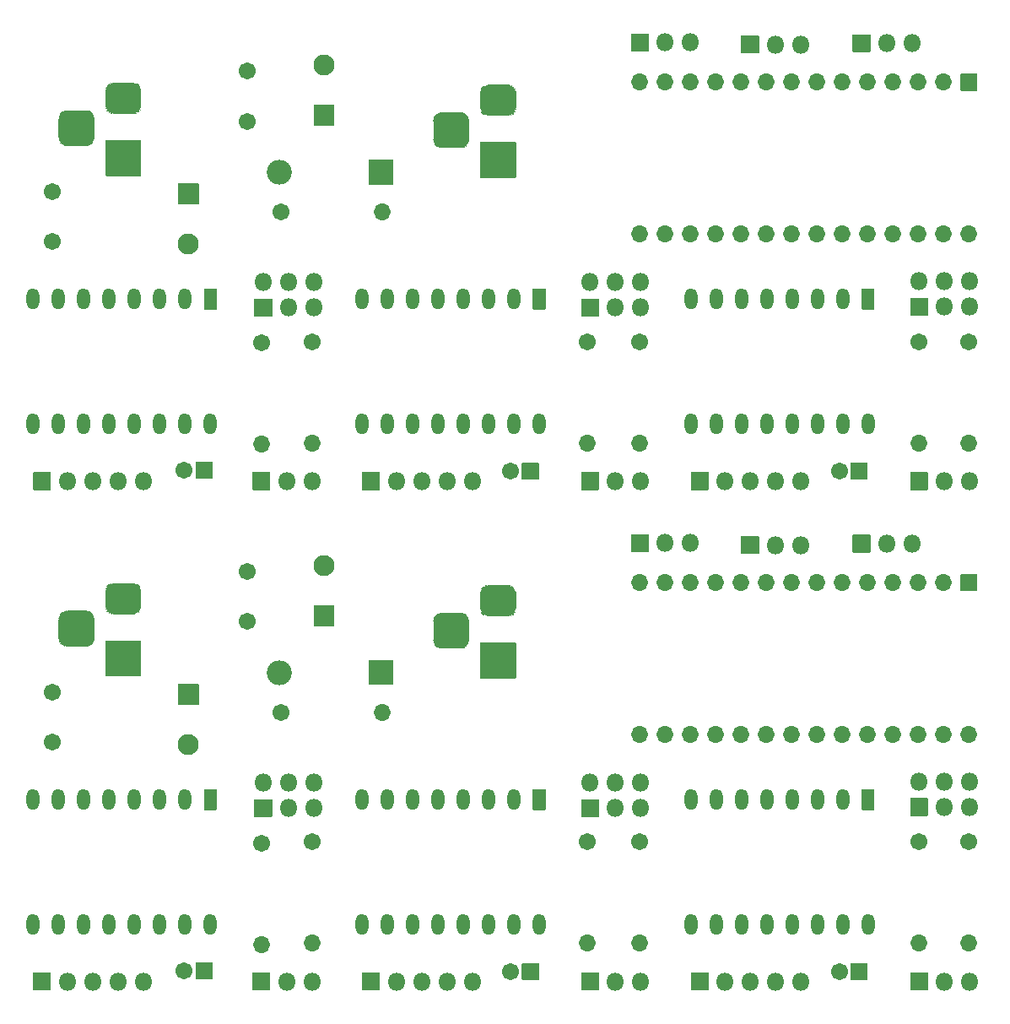
<source format=gts>
G04 #@! TF.GenerationSoftware,KiCad,Pcbnew,(5.1.10)-1*
G04 #@! TF.CreationDate,2021-09-04T14:17:01-07:00*
G04 #@! TF.ProjectId,Motors,4d6f746f-7273-42e6-9b69-6361645f7063,rev?*
G04 #@! TF.SameCoordinates,Original*
G04 #@! TF.FileFunction,Soldermask,Top*
G04 #@! TF.FilePolarity,Negative*
%FSLAX46Y46*%
G04 Gerber Fmt 4.6, Leading zero omitted, Abs format (unit mm)*
G04 Created by KiCad (PCBNEW (5.1.10)-1) date 2021-09-04 14:17:01*
%MOMM*%
%LPD*%
G01*
G04 APERTURE LIST*
%ADD10C,1.702000*%
%ADD11O,1.702000X1.702000*%
%ADD12O,1.302000X2.102000*%
%ADD13O,1.802000X1.802000*%
%ADD14C,2.102000*%
%ADD15O,2.502000X2.502000*%
%ADD16C,0.100000*%
G04 APERTURE END LIST*
D10*
X198237000Y-94800000D03*
D11*
X198237000Y-104960000D03*
D12*
X188127000Y-103060000D03*
G36*
G01*
X188778000Y-89539999D02*
X188778000Y-91540001D01*
G75*
G02*
X188727001Y-91591000I-50999J0D01*
G01*
X187526999Y-91591000D01*
G75*
G02*
X187476000Y-91540001I0J50999D01*
G01*
X187476000Y-89539999D01*
G75*
G02*
X187526999Y-89489000I50999J0D01*
G01*
X188727001Y-89489000D01*
G75*
G02*
X188778000Y-89539999I0J-50999D01*
G01*
G37*
X185587000Y-103060000D03*
X185587000Y-90540000D03*
X183047000Y-103060000D03*
X183047000Y-90540000D03*
X180507000Y-103060000D03*
X180507000Y-90540000D03*
X177967000Y-103060000D03*
X177967000Y-90540000D03*
X175427000Y-103060000D03*
X175427000Y-90540000D03*
X172887000Y-103060000D03*
X172887000Y-90540000D03*
X170347000Y-103060000D03*
X170347000Y-90540000D03*
G36*
G01*
X161287000Y-92301000D02*
X159587000Y-92301000D01*
G75*
G02*
X159536000Y-92250000I0J51000D01*
G01*
X159536000Y-90550000D01*
G75*
G02*
X159587000Y-90499000I51000J0D01*
G01*
X161287000Y-90499000D01*
G75*
G02*
X161338000Y-90550000I0J-51000D01*
G01*
X161338000Y-92250000D01*
G75*
G02*
X161287000Y-92301000I-51000J0D01*
G01*
G37*
D13*
X160437000Y-88860000D03*
X162977000Y-91400000D03*
X162977000Y-88860000D03*
X165517000Y-91400000D03*
X165517000Y-88860000D03*
G36*
G01*
X151937000Y-78949000D02*
X153937000Y-78949000D01*
G75*
G02*
X153988000Y-79000000I0J-51000D01*
G01*
X153988000Y-81000000D01*
G75*
G02*
X153937000Y-81051000I-51000J0D01*
G01*
X151937000Y-81051000D01*
G75*
G02*
X151886000Y-81000000I0J51000D01*
G01*
X151886000Y-79000000D01*
G75*
G02*
X151937000Y-78949000I51000J0D01*
G01*
G37*
D14*
X152937000Y-85000000D03*
D11*
X165337000Y-104960000D03*
D10*
X165337000Y-94800000D03*
D11*
X231237000Y-104960000D03*
D10*
X231237000Y-94800000D03*
G36*
G01*
X182250000Y-74799000D02*
X185750000Y-74799000D01*
G75*
G02*
X185801000Y-74850000I0J-51000D01*
G01*
X185801000Y-78350000D01*
G75*
G02*
X185750000Y-78401000I-51000J0D01*
G01*
X182250000Y-78401000D01*
G75*
G02*
X182199000Y-78350000I0J51000D01*
G01*
X182199000Y-74850000D01*
G75*
G02*
X182250000Y-74799000I51000J0D01*
G01*
G37*
G36*
G01*
X182974500Y-69049000D02*
X185025500Y-69049000D01*
G75*
G02*
X185801000Y-69824500I0J-775500D01*
G01*
X185801000Y-71375500D01*
G75*
G02*
X185025500Y-72151000I-775500J0D01*
G01*
X182974500Y-72151000D01*
G75*
G02*
X182199000Y-71375500I0J775500D01*
G01*
X182199000Y-69824500D01*
G75*
G02*
X182974500Y-69049000I775500J0D01*
G01*
G37*
G36*
G01*
X178399500Y-71799000D02*
X180200500Y-71799000D01*
G75*
G02*
X181101000Y-72699500I0J-900500D01*
G01*
X181101000Y-74500500D01*
G75*
G02*
X180200500Y-75401000I-900500J0D01*
G01*
X178399500Y-75401000D01*
G75*
G02*
X177499000Y-74500500I0J900500D01*
G01*
X177499000Y-72699500D01*
G75*
G02*
X178399500Y-71799000I900500J0D01*
G01*
G37*
G36*
G01*
X140799500Y-71599000D02*
X142600500Y-71599000D01*
G75*
G02*
X143501000Y-72499500I0J-900500D01*
G01*
X143501000Y-74300500D01*
G75*
G02*
X142600500Y-75201000I-900500J0D01*
G01*
X140799500Y-75201000D01*
G75*
G02*
X139899000Y-74300500I0J900500D01*
G01*
X139899000Y-72499500D01*
G75*
G02*
X140799500Y-71599000I900500J0D01*
G01*
G37*
G36*
G01*
X145374500Y-68849000D02*
X147425500Y-68849000D01*
G75*
G02*
X148201000Y-69624500I0J-775500D01*
G01*
X148201000Y-71175500D01*
G75*
G02*
X147425500Y-71951000I-775500J0D01*
G01*
X145374500Y-71951000D01*
G75*
G02*
X144599000Y-71175500I0J775500D01*
G01*
X144599000Y-69624500D01*
G75*
G02*
X145374500Y-68849000I775500J0D01*
G01*
G37*
G36*
G01*
X144650000Y-74599000D02*
X148150000Y-74599000D01*
G75*
G02*
X148201000Y-74650000I0J-51000D01*
G01*
X148201000Y-78150000D01*
G75*
G02*
X148150000Y-78201000I-51000J0D01*
G01*
X144650000Y-78201000D01*
G75*
G02*
X144599000Y-78150000I0J51000D01*
G01*
X144599000Y-74650000D01*
G75*
G02*
X144650000Y-74599000I51000J0D01*
G01*
G37*
D13*
X198317000Y-108800000D03*
X195777000Y-108800000D03*
G36*
G01*
X194087000Y-109701000D02*
X192387000Y-109701000D01*
G75*
G02*
X192336000Y-109650000I0J51000D01*
G01*
X192336000Y-107950000D01*
G75*
G02*
X192387000Y-107899000I51000J0D01*
G01*
X194087000Y-107899000D01*
G75*
G02*
X194138000Y-107950000I0J-51000D01*
G01*
X194138000Y-109650000D01*
G75*
G02*
X194087000Y-109701000I-51000J0D01*
G01*
G37*
G36*
G01*
X205087000Y-109701000D02*
X203387000Y-109701000D01*
G75*
G02*
X203336000Y-109650000I0J51000D01*
G01*
X203336000Y-107950000D01*
G75*
G02*
X203387000Y-107899000I51000J0D01*
G01*
X205087000Y-107899000D01*
G75*
G02*
X205138000Y-107950000I0J-51000D01*
G01*
X205138000Y-109650000D01*
G75*
G02*
X205087000Y-109701000I-51000J0D01*
G01*
G37*
X206777000Y-108800000D03*
X209317000Y-108800000D03*
X211857000Y-108800000D03*
X214397000Y-108800000D03*
X181397000Y-108800000D03*
X178857000Y-108800000D03*
X176317000Y-108800000D03*
X173777000Y-108800000D03*
G36*
G01*
X172087000Y-109701000D02*
X170387000Y-109701000D01*
G75*
G02*
X170336000Y-109650000I0J51000D01*
G01*
X170336000Y-107950000D01*
G75*
G02*
X170387000Y-107899000I51000J0D01*
G01*
X172087000Y-107899000D01*
G75*
G02*
X172138000Y-107950000I0J-51000D01*
G01*
X172138000Y-109650000D01*
G75*
G02*
X172087000Y-109701000I-51000J0D01*
G01*
G37*
X203317000Y-64800000D03*
X200777000Y-64800000D03*
G36*
G01*
X199087000Y-65701000D02*
X197387000Y-65701000D01*
G75*
G02*
X197336000Y-65650000I0J51000D01*
G01*
X197336000Y-63950000D01*
G75*
G02*
X197387000Y-63899000I51000J0D01*
G01*
X199087000Y-63899000D01*
G75*
G02*
X199138000Y-63950000I0J-51000D01*
G01*
X199138000Y-65650000D01*
G75*
G02*
X199087000Y-65701000I-51000J0D01*
G01*
G37*
G36*
G01*
X210129000Y-65906000D02*
X208429000Y-65906000D01*
G75*
G02*
X208378000Y-65855000I0J51000D01*
G01*
X208378000Y-64155000D01*
G75*
G02*
X208429000Y-64104000I51000J0D01*
G01*
X210129000Y-64104000D01*
G75*
G02*
X210180000Y-64155000I0J-51000D01*
G01*
X210180000Y-65855000D01*
G75*
G02*
X210129000Y-65906000I-51000J0D01*
G01*
G37*
X211819000Y-65005000D03*
X214359000Y-65005000D03*
G36*
G01*
X161087000Y-109701000D02*
X159387000Y-109701000D01*
G75*
G02*
X159336000Y-109650000I0J51000D01*
G01*
X159336000Y-107950000D01*
G75*
G02*
X159387000Y-107899000I51000J0D01*
G01*
X161087000Y-107899000D01*
G75*
G02*
X161138000Y-107950000I0J-51000D01*
G01*
X161138000Y-109650000D01*
G75*
G02*
X161087000Y-109701000I-51000J0D01*
G01*
G37*
X162777000Y-108800000D03*
X165317000Y-108800000D03*
G36*
G01*
X167537000Y-73151000D02*
X165537000Y-73151000D01*
G75*
G02*
X165486000Y-73100000I0J51000D01*
G01*
X165486000Y-71100000D01*
G75*
G02*
X165537000Y-71049000I51000J0D01*
G01*
X167537000Y-71049000D01*
G75*
G02*
X167588000Y-71100000I0J-51000D01*
G01*
X167588000Y-73100000D01*
G75*
G02*
X167537000Y-73151000I-51000J0D01*
G01*
G37*
D14*
X166537000Y-67100000D03*
G36*
G01*
X188088000Y-107000000D02*
X188088000Y-108600000D01*
G75*
G02*
X188037000Y-108651000I-51000J0D01*
G01*
X186437000Y-108651000D01*
G75*
G02*
X186386000Y-108600000I0J51000D01*
G01*
X186386000Y-107000000D01*
G75*
G02*
X186437000Y-106949000I51000J0D01*
G01*
X188037000Y-106949000D01*
G75*
G02*
X188088000Y-107000000I0J-51000D01*
G01*
G37*
D10*
X185237000Y-107800000D03*
D12*
X137347000Y-90540000D03*
X137347000Y-103060000D03*
X139887000Y-90540000D03*
X139887000Y-103060000D03*
X142427000Y-90540000D03*
X142427000Y-103060000D03*
X144967000Y-90540000D03*
X144967000Y-103060000D03*
X147507000Y-90540000D03*
X147507000Y-103060000D03*
X150047000Y-90540000D03*
X150047000Y-103060000D03*
X152587000Y-90540000D03*
X152587000Y-103060000D03*
G36*
G01*
X155778000Y-89539999D02*
X155778000Y-91540001D01*
G75*
G02*
X155727001Y-91591000I-50999J0D01*
G01*
X154526999Y-91591000D01*
G75*
G02*
X154476000Y-91540001I0J50999D01*
G01*
X154476000Y-89539999D01*
G75*
G02*
X154526999Y-89489000I50999J0D01*
G01*
X155727001Y-89489000D01*
G75*
G02*
X155778000Y-89539999I0J-50999D01*
G01*
G37*
X155127000Y-103060000D03*
G36*
G01*
X227087000Y-92201000D02*
X225387000Y-92201000D01*
G75*
G02*
X225336000Y-92150000I0J51000D01*
G01*
X225336000Y-90450000D01*
G75*
G02*
X225387000Y-90399000I51000J0D01*
G01*
X227087000Y-90399000D01*
G75*
G02*
X227138000Y-90450000I0J-51000D01*
G01*
X227138000Y-92150000D01*
G75*
G02*
X227087000Y-92201000I-51000J0D01*
G01*
G37*
D13*
X226237000Y-88760000D03*
X228777000Y-91300000D03*
X228777000Y-88760000D03*
X231317000Y-91300000D03*
X231317000Y-88760000D03*
G36*
G01*
X139087000Y-109701000D02*
X137387000Y-109701000D01*
G75*
G02*
X137336000Y-109650000I0J51000D01*
G01*
X137336000Y-107950000D01*
G75*
G02*
X137387000Y-107899000I51000J0D01*
G01*
X139087000Y-107899000D01*
G75*
G02*
X139138000Y-107950000I0J-51000D01*
G01*
X139138000Y-109650000D01*
G75*
G02*
X139087000Y-109701000I-51000J0D01*
G01*
G37*
X140777000Y-108800000D03*
X143317000Y-108800000D03*
X145857000Y-108800000D03*
X148397000Y-108800000D03*
D10*
X226237000Y-94800000D03*
D11*
X226237000Y-104960000D03*
D10*
X160237000Y-94900000D03*
D11*
X160237000Y-105060000D03*
D10*
X158837000Y-72700000D03*
X158837000Y-67700000D03*
G36*
G01*
X227087000Y-109701000D02*
X225387000Y-109701000D01*
G75*
G02*
X225336000Y-109650000I0J51000D01*
G01*
X225336000Y-107950000D01*
G75*
G02*
X225387000Y-107899000I51000J0D01*
G01*
X227087000Y-107899000D01*
G75*
G02*
X227138000Y-107950000I0J-51000D01*
G01*
X227138000Y-109650000D01*
G75*
G02*
X227087000Y-109701000I-51000J0D01*
G01*
G37*
D13*
X228777000Y-108800000D03*
X231317000Y-108800000D03*
D12*
X221127000Y-103060000D03*
G36*
G01*
X221778000Y-89539999D02*
X221778000Y-91540001D01*
G75*
G02*
X221727001Y-91591000I-50999J0D01*
G01*
X220526999Y-91591000D01*
G75*
G02*
X220476000Y-91540001I0J50999D01*
G01*
X220476000Y-89539999D01*
G75*
G02*
X220526999Y-89489000I50999J0D01*
G01*
X221727001Y-89489000D01*
G75*
G02*
X221778000Y-89539999I0J-50999D01*
G01*
G37*
X218587000Y-103060000D03*
X218587000Y-90540000D03*
X216047000Y-103060000D03*
X216047000Y-90540000D03*
X213507000Y-103060000D03*
X213507000Y-90540000D03*
X210967000Y-103060000D03*
X210967000Y-90540000D03*
X208427000Y-103060000D03*
X208427000Y-90540000D03*
X205887000Y-103060000D03*
X205887000Y-90540000D03*
X203347000Y-103060000D03*
X203347000Y-90540000D03*
D13*
X225535000Y-64878000D03*
X222995000Y-64878000D03*
G36*
G01*
X221305000Y-65779000D02*
X219605000Y-65779000D01*
G75*
G02*
X219554000Y-65728000I0J51000D01*
G01*
X219554000Y-64028000D01*
G75*
G02*
X219605000Y-63977000I51000J0D01*
G01*
X221305000Y-63977000D01*
G75*
G02*
X221356000Y-64028000I0J-51000D01*
G01*
X221356000Y-65728000D01*
G75*
G02*
X221305000Y-65779000I-51000J0D01*
G01*
G37*
G36*
G01*
X173488000Y-76600000D02*
X173488000Y-79000000D01*
G75*
G02*
X173437000Y-79051000I-51000J0D01*
G01*
X171037000Y-79051000D01*
G75*
G02*
X170986000Y-79000000I0J51000D01*
G01*
X170986000Y-76600000D01*
G75*
G02*
X171037000Y-76549000I51000J0D01*
G01*
X173437000Y-76549000D01*
G75*
G02*
X173488000Y-76600000I0J-51000D01*
G01*
G37*
D15*
X162077000Y-77800000D03*
G36*
G01*
X155361000Y-106877000D02*
X155361000Y-108477000D01*
G75*
G02*
X155310000Y-108528000I-51000J0D01*
G01*
X153710000Y-108528000D01*
G75*
G02*
X153659000Y-108477000I0J51000D01*
G01*
X153659000Y-106877000D01*
G75*
G02*
X153710000Y-106826000I51000J0D01*
G01*
X155310000Y-106826000D01*
G75*
G02*
X155361000Y-106877000I0J-51000D01*
G01*
G37*
D10*
X152510000Y-107677000D03*
G36*
G01*
X230437000Y-67949000D02*
X232037000Y-67949000D01*
G75*
G02*
X232088000Y-68000000I0J-51000D01*
G01*
X232088000Y-69600000D01*
G75*
G02*
X232037000Y-69651000I-51000J0D01*
G01*
X230437000Y-69651000D01*
G75*
G02*
X230386000Y-69600000I0J51000D01*
G01*
X230386000Y-68000000D01*
G75*
G02*
X230437000Y-67949000I51000J0D01*
G01*
G37*
D11*
X198217000Y-84040000D03*
X228697000Y-68800000D03*
X200757000Y-84040000D03*
X226157000Y-68800000D03*
X203297000Y-84040000D03*
X223617000Y-68800000D03*
X205837000Y-84040000D03*
X221077000Y-68800000D03*
X208377000Y-84040000D03*
X218537000Y-68800000D03*
X210917000Y-84040000D03*
X215997000Y-68800000D03*
X213457000Y-84040000D03*
X213457000Y-68800000D03*
X215997000Y-84040000D03*
X210917000Y-68800000D03*
X218537000Y-84040000D03*
X208377000Y-68800000D03*
X221077000Y-84040000D03*
X205837000Y-68800000D03*
X223617000Y-84040000D03*
X203297000Y-68800000D03*
X226157000Y-84040000D03*
X200757000Y-68800000D03*
X228697000Y-84040000D03*
X198217000Y-68800000D03*
X231237000Y-84040000D03*
D10*
X162237000Y-81800000D03*
D11*
X172397000Y-81800000D03*
D13*
X198317000Y-88860000D03*
X198317000Y-91400000D03*
X195777000Y-88860000D03*
X195777000Y-91400000D03*
X193237000Y-88860000D03*
G36*
G01*
X194087000Y-92301000D02*
X192387000Y-92301000D01*
G75*
G02*
X192336000Y-92250000I0J51000D01*
G01*
X192336000Y-90550000D01*
G75*
G02*
X192387000Y-90499000I51000J0D01*
G01*
X194087000Y-90499000D01*
G75*
G02*
X194138000Y-90550000I0J-51000D01*
G01*
X194138000Y-92250000D01*
G75*
G02*
X194087000Y-92301000I-51000J0D01*
G01*
G37*
D10*
X139237000Y-79800000D03*
X139237000Y-84800000D03*
X218237000Y-107800000D03*
G36*
G01*
X221088000Y-107000000D02*
X221088000Y-108600000D01*
G75*
G02*
X221037000Y-108651000I-51000J0D01*
G01*
X219437000Y-108651000D01*
G75*
G02*
X219386000Y-108600000I0J51000D01*
G01*
X219386000Y-107000000D01*
G75*
G02*
X219437000Y-106949000I51000J0D01*
G01*
X221037000Y-106949000D01*
G75*
G02*
X221088000Y-107000000I0J-51000D01*
G01*
G37*
D11*
X192937000Y-104960000D03*
D10*
X192937000Y-94800000D03*
G36*
G01*
X178399500Y-121999000D02*
X180200500Y-121999000D01*
G75*
G02*
X181101000Y-122899500I0J-900500D01*
G01*
X181101000Y-124700500D01*
G75*
G02*
X180200500Y-125601000I-900500J0D01*
G01*
X178399500Y-125601000D01*
G75*
G02*
X177499000Y-124700500I0J900500D01*
G01*
X177499000Y-122899500D01*
G75*
G02*
X178399500Y-121999000I900500J0D01*
G01*
G37*
G36*
G01*
X182974500Y-119249000D02*
X185025500Y-119249000D01*
G75*
G02*
X185801000Y-120024500I0J-775500D01*
G01*
X185801000Y-121575500D01*
G75*
G02*
X185025500Y-122351000I-775500J0D01*
G01*
X182974500Y-122351000D01*
G75*
G02*
X182199000Y-121575500I0J775500D01*
G01*
X182199000Y-120024500D01*
G75*
G02*
X182974500Y-119249000I775500J0D01*
G01*
G37*
G36*
G01*
X182250000Y-124999000D02*
X185750000Y-124999000D01*
G75*
G02*
X185801000Y-125050000I0J-51000D01*
G01*
X185801000Y-128550000D01*
G75*
G02*
X185750000Y-128601000I-51000J0D01*
G01*
X182250000Y-128601000D01*
G75*
G02*
X182199000Y-128550000I0J51000D01*
G01*
X182199000Y-125050000D01*
G75*
G02*
X182250000Y-124999000I51000J0D01*
G01*
G37*
G36*
G01*
X144650000Y-124799000D02*
X148150000Y-124799000D01*
G75*
G02*
X148201000Y-124850000I0J-51000D01*
G01*
X148201000Y-128350000D01*
G75*
G02*
X148150000Y-128401000I-51000J0D01*
G01*
X144650000Y-128401000D01*
G75*
G02*
X144599000Y-128350000I0J51000D01*
G01*
X144599000Y-124850000D01*
G75*
G02*
X144650000Y-124799000I51000J0D01*
G01*
G37*
G36*
G01*
X145374500Y-119049000D02*
X147425500Y-119049000D01*
G75*
G02*
X148201000Y-119824500I0J-775500D01*
G01*
X148201000Y-121375500D01*
G75*
G02*
X147425500Y-122151000I-775500J0D01*
G01*
X145374500Y-122151000D01*
G75*
G02*
X144599000Y-121375500I0J775500D01*
G01*
X144599000Y-119824500D01*
G75*
G02*
X145374500Y-119049000I775500J0D01*
G01*
G37*
G36*
G01*
X140799500Y-121799000D02*
X142600500Y-121799000D01*
G75*
G02*
X143501000Y-122699500I0J-900500D01*
G01*
X143501000Y-124500500D01*
G75*
G02*
X142600500Y-125401000I-900500J0D01*
G01*
X140799500Y-125401000D01*
G75*
G02*
X139899000Y-124500500I0J900500D01*
G01*
X139899000Y-122699500D01*
G75*
G02*
X140799500Y-121799000I900500J0D01*
G01*
G37*
X231237000Y-145000000D03*
D11*
X231237000Y-155160000D03*
D10*
X165337000Y-145000000D03*
D11*
X165337000Y-155160000D03*
D14*
X152937000Y-135200000D03*
G36*
G01*
X151937000Y-129149000D02*
X153937000Y-129149000D01*
G75*
G02*
X153988000Y-129200000I0J-51000D01*
G01*
X153988000Y-131200000D01*
G75*
G02*
X153937000Y-131251000I-51000J0D01*
G01*
X151937000Y-131251000D01*
G75*
G02*
X151886000Y-131200000I0J51000D01*
G01*
X151886000Y-129200000D01*
G75*
G02*
X151937000Y-129149000I51000J0D01*
G01*
G37*
D13*
X165517000Y-139060000D03*
X165517000Y-141600000D03*
X162977000Y-139060000D03*
X162977000Y-141600000D03*
X160437000Y-139060000D03*
G36*
G01*
X161287000Y-142501000D02*
X159587000Y-142501000D01*
G75*
G02*
X159536000Y-142450000I0J51000D01*
G01*
X159536000Y-140750000D01*
G75*
G02*
X159587000Y-140699000I51000J0D01*
G01*
X161287000Y-140699000D01*
G75*
G02*
X161338000Y-140750000I0J-51000D01*
G01*
X161338000Y-142450000D01*
G75*
G02*
X161287000Y-142501000I-51000J0D01*
G01*
G37*
D12*
X170347000Y-140740000D03*
X170347000Y-153260000D03*
X172887000Y-140740000D03*
X172887000Y-153260000D03*
X175427000Y-140740000D03*
X175427000Y-153260000D03*
X177967000Y-140740000D03*
X177967000Y-153260000D03*
X180507000Y-140740000D03*
X180507000Y-153260000D03*
X183047000Y-140740000D03*
X183047000Y-153260000D03*
X185587000Y-140740000D03*
X185587000Y-153260000D03*
G36*
G01*
X188778000Y-139739999D02*
X188778000Y-141740001D01*
G75*
G02*
X188727001Y-141791000I-50999J0D01*
G01*
X187526999Y-141791000D01*
G75*
G02*
X187476000Y-141740001I0J50999D01*
G01*
X187476000Y-139739999D01*
G75*
G02*
X187526999Y-139689000I50999J0D01*
G01*
X188727001Y-139689000D01*
G75*
G02*
X188778000Y-139739999I0J-50999D01*
G01*
G37*
X188127000Y-153260000D03*
D11*
X198237000Y-155160000D03*
D10*
X198237000Y-145000000D03*
D11*
X160237000Y-155260000D03*
D10*
X160237000Y-145100000D03*
D12*
X155127000Y-153260000D03*
G36*
G01*
X155778000Y-139739999D02*
X155778000Y-141740001D01*
G75*
G02*
X155727001Y-141791000I-50999J0D01*
G01*
X154526999Y-141791000D01*
G75*
G02*
X154476000Y-141740001I0J50999D01*
G01*
X154476000Y-139739999D01*
G75*
G02*
X154526999Y-139689000I50999J0D01*
G01*
X155727001Y-139689000D01*
G75*
G02*
X155778000Y-139739999I0J-50999D01*
G01*
G37*
X152587000Y-153260000D03*
X152587000Y-140740000D03*
X150047000Y-153260000D03*
X150047000Y-140740000D03*
X147507000Y-153260000D03*
X147507000Y-140740000D03*
X144967000Y-153260000D03*
X144967000Y-140740000D03*
X142427000Y-153260000D03*
X142427000Y-140740000D03*
X139887000Y-153260000D03*
X139887000Y-140740000D03*
X137347000Y-153260000D03*
X137347000Y-140740000D03*
D10*
X192937000Y-145000000D03*
D11*
X192937000Y-155160000D03*
D10*
X139237000Y-135000000D03*
X139237000Y-130000000D03*
G36*
G01*
X194087000Y-142501000D02*
X192387000Y-142501000D01*
G75*
G02*
X192336000Y-142450000I0J51000D01*
G01*
X192336000Y-140750000D01*
G75*
G02*
X192387000Y-140699000I51000J0D01*
G01*
X194087000Y-140699000D01*
G75*
G02*
X194138000Y-140750000I0J-51000D01*
G01*
X194138000Y-142450000D01*
G75*
G02*
X194087000Y-142501000I-51000J0D01*
G01*
G37*
D13*
X193237000Y-139060000D03*
X195777000Y-141600000D03*
X195777000Y-139060000D03*
X198317000Y-141600000D03*
X198317000Y-139060000D03*
X231317000Y-138960000D03*
X231317000Y-141500000D03*
X228777000Y-138960000D03*
X228777000Y-141500000D03*
X226237000Y-138960000D03*
G36*
G01*
X227087000Y-142401000D02*
X225387000Y-142401000D01*
G75*
G02*
X225336000Y-142350000I0J51000D01*
G01*
X225336000Y-140650000D01*
G75*
G02*
X225387000Y-140599000I51000J0D01*
G01*
X227087000Y-140599000D01*
G75*
G02*
X227138000Y-140650000I0J-51000D01*
G01*
X227138000Y-142350000D01*
G75*
G02*
X227087000Y-142401000I-51000J0D01*
G01*
G37*
D10*
X152510000Y-157877000D03*
G36*
G01*
X155361000Y-157077000D02*
X155361000Y-158677000D01*
G75*
G02*
X155310000Y-158728000I-51000J0D01*
G01*
X153710000Y-158728000D01*
G75*
G02*
X153659000Y-158677000I0J51000D01*
G01*
X153659000Y-157077000D01*
G75*
G02*
X153710000Y-157026000I51000J0D01*
G01*
X155310000Y-157026000D01*
G75*
G02*
X155361000Y-157077000I0J-51000D01*
G01*
G37*
X185237000Y-158000000D03*
G36*
G01*
X188088000Y-157200000D02*
X188088000Y-158800000D01*
G75*
G02*
X188037000Y-158851000I-51000J0D01*
G01*
X186437000Y-158851000D01*
G75*
G02*
X186386000Y-158800000I0J51000D01*
G01*
X186386000Y-157200000D01*
G75*
G02*
X186437000Y-157149000I51000J0D01*
G01*
X188037000Y-157149000D01*
G75*
G02*
X188088000Y-157200000I0J-51000D01*
G01*
G37*
G36*
G01*
X221088000Y-157200000D02*
X221088000Y-158800000D01*
G75*
G02*
X221037000Y-158851000I-51000J0D01*
G01*
X219437000Y-158851000D01*
G75*
G02*
X219386000Y-158800000I0J51000D01*
G01*
X219386000Y-157200000D01*
G75*
G02*
X219437000Y-157149000I51000J0D01*
G01*
X221037000Y-157149000D01*
G75*
G02*
X221088000Y-157200000I0J-51000D01*
G01*
G37*
X218237000Y-158000000D03*
D12*
X203347000Y-140740000D03*
X203347000Y-153260000D03*
X205887000Y-140740000D03*
X205887000Y-153260000D03*
X208427000Y-140740000D03*
X208427000Y-153260000D03*
X210967000Y-140740000D03*
X210967000Y-153260000D03*
X213507000Y-140740000D03*
X213507000Y-153260000D03*
X216047000Y-140740000D03*
X216047000Y-153260000D03*
X218587000Y-140740000D03*
X218587000Y-153260000D03*
G36*
G01*
X221778000Y-139739999D02*
X221778000Y-141740001D01*
G75*
G02*
X221727001Y-141791000I-50999J0D01*
G01*
X220526999Y-141791000D01*
G75*
G02*
X220476000Y-141740001I0J50999D01*
G01*
X220476000Y-139739999D01*
G75*
G02*
X220526999Y-139689000I50999J0D01*
G01*
X221727001Y-139689000D01*
G75*
G02*
X221778000Y-139739999I0J-50999D01*
G01*
G37*
X221127000Y-153260000D03*
D11*
X172397000Y-132000000D03*
D10*
X162237000Y-132000000D03*
D11*
X231237000Y-134240000D03*
X198217000Y-119000000D03*
X228697000Y-134240000D03*
X200757000Y-119000000D03*
X226157000Y-134240000D03*
X203297000Y-119000000D03*
X223617000Y-134240000D03*
X205837000Y-119000000D03*
X221077000Y-134240000D03*
X208377000Y-119000000D03*
X218537000Y-134240000D03*
X210917000Y-119000000D03*
X215997000Y-134240000D03*
X213457000Y-119000000D03*
X213457000Y-134240000D03*
X215997000Y-119000000D03*
X210917000Y-134240000D03*
X218537000Y-119000000D03*
X208377000Y-134240000D03*
X221077000Y-119000000D03*
X205837000Y-134240000D03*
X223617000Y-119000000D03*
X203297000Y-134240000D03*
X226157000Y-119000000D03*
X200757000Y-134240000D03*
X228697000Y-119000000D03*
X198217000Y-134240000D03*
G36*
G01*
X230437000Y-118149000D02*
X232037000Y-118149000D01*
G75*
G02*
X232088000Y-118200000I0J-51000D01*
G01*
X232088000Y-119800000D01*
G75*
G02*
X232037000Y-119851000I-51000J0D01*
G01*
X230437000Y-119851000D01*
G75*
G02*
X230386000Y-119800000I0J51000D01*
G01*
X230386000Y-118200000D01*
G75*
G02*
X230437000Y-118149000I51000J0D01*
G01*
G37*
D13*
X231317000Y-159000000D03*
X228777000Y-159000000D03*
G36*
G01*
X227087000Y-159901000D02*
X225387000Y-159901000D01*
G75*
G02*
X225336000Y-159850000I0J51000D01*
G01*
X225336000Y-158150000D01*
G75*
G02*
X225387000Y-158099000I51000J0D01*
G01*
X227087000Y-158099000D01*
G75*
G02*
X227138000Y-158150000I0J-51000D01*
G01*
X227138000Y-159850000D01*
G75*
G02*
X227087000Y-159901000I-51000J0D01*
G01*
G37*
D15*
X162077000Y-128000000D03*
G36*
G01*
X173488000Y-126800000D02*
X173488000Y-129200000D01*
G75*
G02*
X173437000Y-129251000I-51000J0D01*
G01*
X171037000Y-129251000D01*
G75*
G02*
X170986000Y-129200000I0J51000D01*
G01*
X170986000Y-126800000D01*
G75*
G02*
X171037000Y-126749000I51000J0D01*
G01*
X173437000Y-126749000D01*
G75*
G02*
X173488000Y-126800000I0J-51000D01*
G01*
G37*
G36*
G01*
X221305000Y-115979000D02*
X219605000Y-115979000D01*
G75*
G02*
X219554000Y-115928000I0J51000D01*
G01*
X219554000Y-114228000D01*
G75*
G02*
X219605000Y-114177000I51000J0D01*
G01*
X221305000Y-114177000D01*
G75*
G02*
X221356000Y-114228000I0J-51000D01*
G01*
X221356000Y-115928000D01*
G75*
G02*
X221305000Y-115979000I-51000J0D01*
G01*
G37*
D13*
X222995000Y-115078000D03*
X225535000Y-115078000D03*
D10*
X158837000Y-117900000D03*
X158837000Y-122900000D03*
D11*
X226237000Y-155160000D03*
D10*
X226237000Y-145000000D03*
D13*
X148397000Y-159000000D03*
X145857000Y-159000000D03*
X143317000Y-159000000D03*
X140777000Y-159000000D03*
G36*
G01*
X139087000Y-159901000D02*
X137387000Y-159901000D01*
G75*
G02*
X137336000Y-159850000I0J51000D01*
G01*
X137336000Y-158150000D01*
G75*
G02*
X137387000Y-158099000I51000J0D01*
G01*
X139087000Y-158099000D01*
G75*
G02*
X139138000Y-158150000I0J-51000D01*
G01*
X139138000Y-159850000D01*
G75*
G02*
X139087000Y-159901000I-51000J0D01*
G01*
G37*
G36*
G01*
X172087000Y-159901000D02*
X170387000Y-159901000D01*
G75*
G02*
X170336000Y-159850000I0J51000D01*
G01*
X170336000Y-158150000D01*
G75*
G02*
X170387000Y-158099000I51000J0D01*
G01*
X172087000Y-158099000D01*
G75*
G02*
X172138000Y-158150000I0J-51000D01*
G01*
X172138000Y-159850000D01*
G75*
G02*
X172087000Y-159901000I-51000J0D01*
G01*
G37*
X173777000Y-159000000D03*
X176317000Y-159000000D03*
X178857000Y-159000000D03*
X181397000Y-159000000D03*
G36*
G01*
X194087000Y-159901000D02*
X192387000Y-159901000D01*
G75*
G02*
X192336000Y-159850000I0J51000D01*
G01*
X192336000Y-158150000D01*
G75*
G02*
X192387000Y-158099000I51000J0D01*
G01*
X194087000Y-158099000D01*
G75*
G02*
X194138000Y-158150000I0J-51000D01*
G01*
X194138000Y-159850000D01*
G75*
G02*
X194087000Y-159901000I-51000J0D01*
G01*
G37*
X195777000Y-159000000D03*
X198317000Y-159000000D03*
X214359000Y-115205000D03*
X211819000Y-115205000D03*
G36*
G01*
X210129000Y-116106000D02*
X208429000Y-116106000D01*
G75*
G02*
X208378000Y-116055000I0J51000D01*
G01*
X208378000Y-114355000D01*
G75*
G02*
X208429000Y-114304000I51000J0D01*
G01*
X210129000Y-114304000D01*
G75*
G02*
X210180000Y-114355000I0J-51000D01*
G01*
X210180000Y-116055000D01*
G75*
G02*
X210129000Y-116106000I-51000J0D01*
G01*
G37*
X214397000Y-159000000D03*
X211857000Y-159000000D03*
X209317000Y-159000000D03*
X206777000Y-159000000D03*
G36*
G01*
X205087000Y-159901000D02*
X203387000Y-159901000D01*
G75*
G02*
X203336000Y-159850000I0J51000D01*
G01*
X203336000Y-158150000D01*
G75*
G02*
X203387000Y-158099000I51000J0D01*
G01*
X205087000Y-158099000D01*
G75*
G02*
X205138000Y-158150000I0J-51000D01*
G01*
X205138000Y-159850000D01*
G75*
G02*
X205087000Y-159901000I-51000J0D01*
G01*
G37*
G36*
G01*
X199087000Y-115901000D02*
X197387000Y-115901000D01*
G75*
G02*
X197336000Y-115850000I0J51000D01*
G01*
X197336000Y-114150000D01*
G75*
G02*
X197387000Y-114099000I51000J0D01*
G01*
X199087000Y-114099000D01*
G75*
G02*
X199138000Y-114150000I0J-51000D01*
G01*
X199138000Y-115850000D01*
G75*
G02*
X199087000Y-115901000I-51000J0D01*
G01*
G37*
X200777000Y-115000000D03*
X203317000Y-115000000D03*
X165317000Y-159000000D03*
X162777000Y-159000000D03*
G36*
G01*
X161087000Y-159901000D02*
X159387000Y-159901000D01*
G75*
G02*
X159336000Y-159850000I0J51000D01*
G01*
X159336000Y-158150000D01*
G75*
G02*
X159387000Y-158099000I51000J0D01*
G01*
X161087000Y-158099000D01*
G75*
G02*
X161138000Y-158150000I0J-51000D01*
G01*
X161138000Y-159850000D01*
G75*
G02*
X161087000Y-159901000I-51000J0D01*
G01*
G37*
D14*
X166537000Y-117300000D03*
G36*
G01*
X167537000Y-123351000D02*
X165537000Y-123351000D01*
G75*
G02*
X165486000Y-123300000I0J51000D01*
G01*
X165486000Y-121300000D01*
G75*
G02*
X165537000Y-121249000I51000J0D01*
G01*
X167537000Y-121249000D01*
G75*
G02*
X167588000Y-121300000I0J-51000D01*
G01*
X167588000Y-123300000D01*
G75*
G02*
X167537000Y-123351000I-51000J0D01*
G01*
G37*
D16*
G36*
X181102165Y-124698874D02*
G01*
X181103000Y-124700500D01*
X181103000Y-124756860D01*
X181102990Y-124757056D01*
X181086295Y-124926562D01*
X181086219Y-124926947D01*
X181038565Y-125084041D01*
X181038415Y-125084403D01*
X180961033Y-125229174D01*
X180960815Y-125229500D01*
X180856674Y-125356397D01*
X180856397Y-125356674D01*
X180729500Y-125460815D01*
X180729174Y-125461033D01*
X180584403Y-125538415D01*
X180584041Y-125538565D01*
X180426947Y-125586219D01*
X180426562Y-125586295D01*
X180257056Y-125602990D01*
X180256860Y-125603000D01*
X180200500Y-125603000D01*
X180198768Y-125602000D01*
X180198768Y-125600000D01*
X180200304Y-125599010D01*
X180375784Y-125581727D01*
X180544337Y-125530597D01*
X180699675Y-125447567D01*
X180835829Y-125335829D01*
X180947567Y-125199675D01*
X181030597Y-125044337D01*
X181081727Y-124875784D01*
X181099010Y-124700304D01*
X181100175Y-124698678D01*
X181102165Y-124698874D01*
G37*
G36*
X177500990Y-124700304D02*
G01*
X177518273Y-124875784D01*
X177569403Y-125044337D01*
X177652433Y-125199675D01*
X177764171Y-125335829D01*
X177900325Y-125447567D01*
X178055663Y-125530597D01*
X178224216Y-125581727D01*
X178399696Y-125599010D01*
X178401322Y-125600175D01*
X178401126Y-125602165D01*
X178399500Y-125603000D01*
X178343140Y-125603000D01*
X178342944Y-125602990D01*
X178173438Y-125586295D01*
X178173053Y-125586219D01*
X178015959Y-125538565D01*
X178015597Y-125538415D01*
X177870826Y-125461033D01*
X177870500Y-125460815D01*
X177743603Y-125356674D01*
X177743326Y-125356397D01*
X177639185Y-125229500D01*
X177638967Y-125229174D01*
X177561585Y-125084403D01*
X177561435Y-125084041D01*
X177513781Y-124926947D01*
X177513705Y-124926562D01*
X177497010Y-124757056D01*
X177497000Y-124756860D01*
X177497000Y-124700500D01*
X177498000Y-124698768D01*
X177500000Y-124698768D01*
X177500990Y-124700304D01*
G37*
G36*
X143502165Y-124498874D02*
G01*
X143503000Y-124500500D01*
X143503000Y-124556860D01*
X143502990Y-124557056D01*
X143486295Y-124726562D01*
X143486219Y-124726947D01*
X143438565Y-124884041D01*
X143438415Y-124884403D01*
X143361033Y-125029174D01*
X143360815Y-125029500D01*
X143256674Y-125156397D01*
X143256397Y-125156674D01*
X143129500Y-125260815D01*
X143129174Y-125261033D01*
X142984403Y-125338415D01*
X142984041Y-125338565D01*
X142826947Y-125386219D01*
X142826562Y-125386295D01*
X142657056Y-125402990D01*
X142656860Y-125403000D01*
X142600500Y-125403000D01*
X142598768Y-125402000D01*
X142598768Y-125400000D01*
X142600304Y-125399010D01*
X142775784Y-125381727D01*
X142944337Y-125330597D01*
X143099675Y-125247567D01*
X143235829Y-125135829D01*
X143347567Y-124999675D01*
X143430597Y-124844337D01*
X143481727Y-124675784D01*
X143499010Y-124500304D01*
X143500175Y-124498678D01*
X143502165Y-124498874D01*
G37*
G36*
X139900990Y-124500304D02*
G01*
X139918273Y-124675784D01*
X139969403Y-124844337D01*
X140052433Y-124999675D01*
X140164171Y-125135829D01*
X140300325Y-125247567D01*
X140455663Y-125330597D01*
X140624216Y-125381727D01*
X140799696Y-125399010D01*
X140801322Y-125400175D01*
X140801126Y-125402165D01*
X140799500Y-125403000D01*
X140743140Y-125403000D01*
X140742944Y-125402990D01*
X140573438Y-125386295D01*
X140573053Y-125386219D01*
X140415959Y-125338565D01*
X140415597Y-125338415D01*
X140270826Y-125261033D01*
X140270500Y-125260815D01*
X140143603Y-125156674D01*
X140143326Y-125156397D01*
X140039185Y-125029500D01*
X140038967Y-125029174D01*
X139961585Y-124884403D01*
X139961435Y-124884041D01*
X139913781Y-124726947D01*
X139913705Y-124726562D01*
X139897010Y-124557056D01*
X139897000Y-124556860D01*
X139897000Y-124500500D01*
X139898000Y-124498768D01*
X139900000Y-124498768D01*
X139900990Y-124500304D01*
G37*
G36*
X178401232Y-121998000D02*
G01*
X178401232Y-122000000D01*
X178399696Y-122000990D01*
X178224216Y-122018273D01*
X178055663Y-122069403D01*
X177900325Y-122152433D01*
X177764171Y-122264171D01*
X177652433Y-122400325D01*
X177569403Y-122555663D01*
X177518273Y-122724216D01*
X177500990Y-122899696D01*
X177499825Y-122901322D01*
X177497835Y-122901126D01*
X177497000Y-122899500D01*
X177497000Y-122843140D01*
X177497010Y-122842944D01*
X177513705Y-122673438D01*
X177513781Y-122673053D01*
X177561435Y-122515959D01*
X177561585Y-122515597D01*
X177638967Y-122370826D01*
X177639185Y-122370500D01*
X177743326Y-122243603D01*
X177743603Y-122243326D01*
X177870500Y-122139185D01*
X177870826Y-122138967D01*
X178015597Y-122061585D01*
X178015959Y-122061435D01*
X178173053Y-122013781D01*
X178173438Y-122013705D01*
X178342944Y-121997010D01*
X178343140Y-121997000D01*
X178399500Y-121997000D01*
X178401232Y-121998000D01*
G37*
G36*
X180257056Y-121997010D02*
G01*
X180426562Y-122013705D01*
X180426947Y-122013781D01*
X180584041Y-122061435D01*
X180584403Y-122061585D01*
X180729174Y-122138967D01*
X180729500Y-122139185D01*
X180856397Y-122243326D01*
X180856674Y-122243603D01*
X180960815Y-122370500D01*
X180961033Y-122370826D01*
X181038415Y-122515597D01*
X181038565Y-122515959D01*
X181086219Y-122673053D01*
X181086295Y-122673438D01*
X181102990Y-122842944D01*
X181103000Y-122843140D01*
X181103000Y-122899500D01*
X181102000Y-122901232D01*
X181100000Y-122901232D01*
X181099010Y-122899696D01*
X181081727Y-122724216D01*
X181030597Y-122555663D01*
X180947567Y-122400325D01*
X180835829Y-122264171D01*
X180699675Y-122152433D01*
X180544337Y-122069403D01*
X180375784Y-122018273D01*
X180200304Y-122000990D01*
X180198678Y-121999825D01*
X180198874Y-121997835D01*
X180200500Y-121997000D01*
X180256860Y-121997000D01*
X180257056Y-121997010D01*
G37*
G36*
X140801232Y-121798000D02*
G01*
X140801232Y-121800000D01*
X140799696Y-121800990D01*
X140624216Y-121818273D01*
X140455663Y-121869403D01*
X140300325Y-121952433D01*
X140164171Y-122064171D01*
X140052433Y-122200325D01*
X139969403Y-122355663D01*
X139918273Y-122524216D01*
X139900990Y-122699696D01*
X139899825Y-122701322D01*
X139897835Y-122701126D01*
X139897000Y-122699500D01*
X139897000Y-122643140D01*
X139897010Y-122642944D01*
X139913705Y-122473438D01*
X139913781Y-122473053D01*
X139961435Y-122315959D01*
X139961585Y-122315597D01*
X140038967Y-122170826D01*
X140039185Y-122170500D01*
X140143326Y-122043603D01*
X140143603Y-122043326D01*
X140270500Y-121939185D01*
X140270826Y-121938967D01*
X140415597Y-121861585D01*
X140415959Y-121861435D01*
X140573053Y-121813781D01*
X140573438Y-121813705D01*
X140742944Y-121797010D01*
X140743140Y-121797000D01*
X140799500Y-121797000D01*
X140801232Y-121798000D01*
G37*
G36*
X142657056Y-121797010D02*
G01*
X142826562Y-121813705D01*
X142826947Y-121813781D01*
X142984041Y-121861435D01*
X142984403Y-121861585D01*
X143129174Y-121938967D01*
X143129500Y-121939185D01*
X143256397Y-122043326D01*
X143256674Y-122043603D01*
X143360815Y-122170500D01*
X143361033Y-122170826D01*
X143438415Y-122315597D01*
X143438565Y-122315959D01*
X143486219Y-122473053D01*
X143486295Y-122473438D01*
X143502990Y-122642944D01*
X143503000Y-122643140D01*
X143503000Y-122699500D01*
X143502000Y-122701232D01*
X143500000Y-122701232D01*
X143499010Y-122699696D01*
X143481727Y-122524216D01*
X143430597Y-122355663D01*
X143347567Y-122200325D01*
X143235829Y-122064171D01*
X143099675Y-121952433D01*
X142944337Y-121869403D01*
X142775784Y-121818273D01*
X142600304Y-121800990D01*
X142598678Y-121799825D01*
X142598874Y-121797835D01*
X142600500Y-121797000D01*
X142656860Y-121797000D01*
X142657056Y-121797010D01*
G37*
G36*
X182200990Y-121575304D02*
G01*
X182215871Y-121726398D01*
X182259888Y-121871502D01*
X182331366Y-122005229D01*
X182427560Y-122122440D01*
X182544771Y-122218634D01*
X182678498Y-122290112D01*
X182823602Y-122334129D01*
X182974696Y-122349010D01*
X182976322Y-122350175D01*
X182976126Y-122352165D01*
X182974500Y-122353000D01*
X182918140Y-122353000D01*
X182917944Y-122352990D01*
X182772825Y-122338697D01*
X182772440Y-122338621D01*
X182638794Y-122298080D01*
X182638432Y-122297930D01*
X182515273Y-122232100D01*
X182514947Y-122231882D01*
X182406991Y-122143286D01*
X182406714Y-122143009D01*
X182318118Y-122035053D01*
X182317900Y-122034727D01*
X182252070Y-121911568D01*
X182251920Y-121911206D01*
X182211379Y-121777560D01*
X182211303Y-121777175D01*
X182197010Y-121632056D01*
X182197000Y-121631860D01*
X182197000Y-121575500D01*
X182198000Y-121573768D01*
X182200000Y-121573768D01*
X182200990Y-121575304D01*
G37*
G36*
X185802165Y-121573874D02*
G01*
X185803000Y-121575500D01*
X185803000Y-121631860D01*
X185802990Y-121632056D01*
X185788697Y-121777175D01*
X185788621Y-121777560D01*
X185748080Y-121911206D01*
X185747930Y-121911568D01*
X185682100Y-122034727D01*
X185681882Y-122035053D01*
X185593286Y-122143009D01*
X185593009Y-122143286D01*
X185485053Y-122231882D01*
X185484727Y-122232100D01*
X185361568Y-122297930D01*
X185361206Y-122298080D01*
X185227560Y-122338621D01*
X185227175Y-122338697D01*
X185082056Y-122352990D01*
X185081860Y-122353000D01*
X185025500Y-122353000D01*
X185023768Y-122352000D01*
X185023768Y-122350000D01*
X185025304Y-122349010D01*
X185176398Y-122334129D01*
X185321502Y-122290112D01*
X185455229Y-122218634D01*
X185572440Y-122122440D01*
X185668634Y-122005229D01*
X185740112Y-121871502D01*
X185784129Y-121726398D01*
X185799010Y-121575304D01*
X185800175Y-121573678D01*
X185802165Y-121573874D01*
G37*
G36*
X144600990Y-121375304D02*
G01*
X144615871Y-121526398D01*
X144659888Y-121671502D01*
X144731366Y-121805229D01*
X144827560Y-121922440D01*
X144944771Y-122018634D01*
X145078498Y-122090112D01*
X145223602Y-122134129D01*
X145374696Y-122149010D01*
X145376322Y-122150175D01*
X145376126Y-122152165D01*
X145374500Y-122153000D01*
X145318140Y-122153000D01*
X145317944Y-122152990D01*
X145172825Y-122138697D01*
X145172440Y-122138621D01*
X145038794Y-122098080D01*
X145038432Y-122097930D01*
X144915273Y-122032100D01*
X144914947Y-122031882D01*
X144806991Y-121943286D01*
X144806714Y-121943009D01*
X144718118Y-121835053D01*
X144717900Y-121834727D01*
X144652070Y-121711568D01*
X144651920Y-121711206D01*
X144611379Y-121577560D01*
X144611303Y-121577175D01*
X144597010Y-121432056D01*
X144597000Y-121431860D01*
X144597000Y-121375500D01*
X144598000Y-121373768D01*
X144600000Y-121373768D01*
X144600990Y-121375304D01*
G37*
G36*
X148202165Y-121373874D02*
G01*
X148203000Y-121375500D01*
X148203000Y-121431860D01*
X148202990Y-121432056D01*
X148188697Y-121577175D01*
X148188621Y-121577560D01*
X148148080Y-121711206D01*
X148147930Y-121711568D01*
X148082100Y-121834727D01*
X148081882Y-121835053D01*
X147993286Y-121943009D01*
X147993009Y-121943286D01*
X147885053Y-122031882D01*
X147884727Y-122032100D01*
X147761568Y-122097930D01*
X147761206Y-122098080D01*
X147627560Y-122138621D01*
X147627175Y-122138697D01*
X147482056Y-122152990D01*
X147481860Y-122153000D01*
X147425500Y-122153000D01*
X147423768Y-122152000D01*
X147423768Y-122150000D01*
X147425304Y-122149010D01*
X147576398Y-122134129D01*
X147721502Y-122090112D01*
X147855229Y-122018634D01*
X147972440Y-121922440D01*
X148068634Y-121805229D01*
X148140112Y-121671502D01*
X148184129Y-121526398D01*
X148199010Y-121375304D01*
X148200175Y-121373678D01*
X148202165Y-121373874D01*
G37*
G36*
X182976232Y-119248000D02*
G01*
X182976232Y-119250000D01*
X182974696Y-119250990D01*
X182823602Y-119265871D01*
X182678498Y-119309888D01*
X182544771Y-119381366D01*
X182427560Y-119477560D01*
X182331366Y-119594771D01*
X182259888Y-119728498D01*
X182215871Y-119873602D01*
X182200990Y-120024696D01*
X182199825Y-120026322D01*
X182197835Y-120026126D01*
X182197000Y-120024500D01*
X182197000Y-119968140D01*
X182197010Y-119967944D01*
X182211303Y-119822825D01*
X182211379Y-119822440D01*
X182251920Y-119688794D01*
X182252070Y-119688432D01*
X182317900Y-119565273D01*
X182318118Y-119564947D01*
X182406714Y-119456991D01*
X182406991Y-119456714D01*
X182514947Y-119368118D01*
X182515273Y-119367900D01*
X182638432Y-119302070D01*
X182638794Y-119301920D01*
X182772440Y-119261379D01*
X182772825Y-119261303D01*
X182917944Y-119247010D01*
X182918140Y-119247000D01*
X182974500Y-119247000D01*
X182976232Y-119248000D01*
G37*
G36*
X185082056Y-119247010D02*
G01*
X185227175Y-119261303D01*
X185227560Y-119261379D01*
X185361206Y-119301920D01*
X185361568Y-119302070D01*
X185484727Y-119367900D01*
X185485053Y-119368118D01*
X185593009Y-119456714D01*
X185593286Y-119456991D01*
X185681882Y-119564947D01*
X185682100Y-119565273D01*
X185747930Y-119688432D01*
X185748080Y-119688794D01*
X185788621Y-119822440D01*
X185788697Y-119822825D01*
X185802990Y-119967944D01*
X185803000Y-119968140D01*
X185803000Y-120024500D01*
X185802000Y-120026232D01*
X185800000Y-120026232D01*
X185799010Y-120024696D01*
X185784129Y-119873602D01*
X185740112Y-119728498D01*
X185668634Y-119594771D01*
X185572440Y-119477560D01*
X185455229Y-119381366D01*
X185321502Y-119309888D01*
X185176398Y-119265871D01*
X185025304Y-119250990D01*
X185023678Y-119249825D01*
X185023874Y-119247835D01*
X185025500Y-119247000D01*
X185081860Y-119247000D01*
X185082056Y-119247010D01*
G37*
G36*
X145376232Y-119048000D02*
G01*
X145376232Y-119050000D01*
X145374696Y-119050990D01*
X145223602Y-119065871D01*
X145078498Y-119109888D01*
X144944771Y-119181366D01*
X144827560Y-119277560D01*
X144731366Y-119394771D01*
X144659888Y-119528498D01*
X144615871Y-119673602D01*
X144600990Y-119824696D01*
X144599825Y-119826322D01*
X144597835Y-119826126D01*
X144597000Y-119824500D01*
X144597000Y-119768140D01*
X144597010Y-119767944D01*
X144611303Y-119622825D01*
X144611379Y-119622440D01*
X144651920Y-119488794D01*
X144652070Y-119488432D01*
X144717900Y-119365273D01*
X144718118Y-119364947D01*
X144806714Y-119256991D01*
X144806991Y-119256714D01*
X144914947Y-119168118D01*
X144915273Y-119167900D01*
X145038432Y-119102070D01*
X145038794Y-119101920D01*
X145172440Y-119061379D01*
X145172825Y-119061303D01*
X145317944Y-119047010D01*
X145318140Y-119047000D01*
X145374500Y-119047000D01*
X145376232Y-119048000D01*
G37*
G36*
X147482056Y-119047010D02*
G01*
X147627175Y-119061303D01*
X147627560Y-119061379D01*
X147761206Y-119101920D01*
X147761568Y-119102070D01*
X147884727Y-119167900D01*
X147885053Y-119168118D01*
X147993009Y-119256714D01*
X147993286Y-119256991D01*
X148081882Y-119364947D01*
X148082100Y-119365273D01*
X148147930Y-119488432D01*
X148148080Y-119488794D01*
X148188621Y-119622440D01*
X148188697Y-119622825D01*
X148202990Y-119767944D01*
X148203000Y-119768140D01*
X148203000Y-119824500D01*
X148202000Y-119826232D01*
X148200000Y-119826232D01*
X148199010Y-119824696D01*
X148184129Y-119673602D01*
X148140112Y-119528498D01*
X148068634Y-119394771D01*
X147972440Y-119277560D01*
X147855229Y-119181366D01*
X147721502Y-119109888D01*
X147576398Y-119065871D01*
X147425304Y-119050990D01*
X147423678Y-119049825D01*
X147423874Y-119047835D01*
X147425500Y-119047000D01*
X147481860Y-119047000D01*
X147482056Y-119047010D01*
G37*
G36*
X181102165Y-74498874D02*
G01*
X181103000Y-74500500D01*
X181103000Y-74556860D01*
X181102990Y-74557056D01*
X181086295Y-74726562D01*
X181086219Y-74726947D01*
X181038565Y-74884041D01*
X181038415Y-74884403D01*
X180961033Y-75029174D01*
X180960815Y-75029500D01*
X180856674Y-75156397D01*
X180856397Y-75156674D01*
X180729500Y-75260815D01*
X180729174Y-75261033D01*
X180584403Y-75338415D01*
X180584041Y-75338565D01*
X180426947Y-75386219D01*
X180426562Y-75386295D01*
X180257056Y-75402990D01*
X180256860Y-75403000D01*
X180200500Y-75403000D01*
X180198768Y-75402000D01*
X180198768Y-75400000D01*
X180200304Y-75399010D01*
X180375784Y-75381727D01*
X180544337Y-75330597D01*
X180699675Y-75247567D01*
X180835829Y-75135829D01*
X180947567Y-74999675D01*
X181030597Y-74844337D01*
X181081727Y-74675784D01*
X181099010Y-74500304D01*
X181100175Y-74498678D01*
X181102165Y-74498874D01*
G37*
G36*
X177500990Y-74500304D02*
G01*
X177518273Y-74675784D01*
X177569403Y-74844337D01*
X177652433Y-74999675D01*
X177764171Y-75135829D01*
X177900325Y-75247567D01*
X178055663Y-75330597D01*
X178224216Y-75381727D01*
X178399696Y-75399010D01*
X178401322Y-75400175D01*
X178401126Y-75402165D01*
X178399500Y-75403000D01*
X178343140Y-75403000D01*
X178342944Y-75402990D01*
X178173438Y-75386295D01*
X178173053Y-75386219D01*
X178015959Y-75338565D01*
X178015597Y-75338415D01*
X177870826Y-75261033D01*
X177870500Y-75260815D01*
X177743603Y-75156674D01*
X177743326Y-75156397D01*
X177639185Y-75029500D01*
X177638967Y-75029174D01*
X177561585Y-74884403D01*
X177561435Y-74884041D01*
X177513781Y-74726947D01*
X177513705Y-74726562D01*
X177497010Y-74557056D01*
X177497000Y-74556860D01*
X177497000Y-74500500D01*
X177498000Y-74498768D01*
X177500000Y-74498768D01*
X177500990Y-74500304D01*
G37*
G36*
X143502165Y-74298874D02*
G01*
X143503000Y-74300500D01*
X143503000Y-74356860D01*
X143502990Y-74357056D01*
X143486295Y-74526562D01*
X143486219Y-74526947D01*
X143438565Y-74684041D01*
X143438415Y-74684403D01*
X143361033Y-74829174D01*
X143360815Y-74829500D01*
X143256674Y-74956397D01*
X143256397Y-74956674D01*
X143129500Y-75060815D01*
X143129174Y-75061033D01*
X142984403Y-75138415D01*
X142984041Y-75138565D01*
X142826947Y-75186219D01*
X142826562Y-75186295D01*
X142657056Y-75202990D01*
X142656860Y-75203000D01*
X142600500Y-75203000D01*
X142598768Y-75202000D01*
X142598768Y-75200000D01*
X142600304Y-75199010D01*
X142775784Y-75181727D01*
X142944337Y-75130597D01*
X143099675Y-75047567D01*
X143235829Y-74935829D01*
X143347567Y-74799675D01*
X143430597Y-74644337D01*
X143481727Y-74475784D01*
X143499010Y-74300304D01*
X143500175Y-74298678D01*
X143502165Y-74298874D01*
G37*
G36*
X139900990Y-74300304D02*
G01*
X139918273Y-74475784D01*
X139969403Y-74644337D01*
X140052433Y-74799675D01*
X140164171Y-74935829D01*
X140300325Y-75047567D01*
X140455663Y-75130597D01*
X140624216Y-75181727D01*
X140799696Y-75199010D01*
X140801322Y-75200175D01*
X140801126Y-75202165D01*
X140799500Y-75203000D01*
X140743140Y-75203000D01*
X140742944Y-75202990D01*
X140573438Y-75186295D01*
X140573053Y-75186219D01*
X140415959Y-75138565D01*
X140415597Y-75138415D01*
X140270826Y-75061033D01*
X140270500Y-75060815D01*
X140143603Y-74956674D01*
X140143326Y-74956397D01*
X140039185Y-74829500D01*
X140038967Y-74829174D01*
X139961585Y-74684403D01*
X139961435Y-74684041D01*
X139913781Y-74526947D01*
X139913705Y-74526562D01*
X139897010Y-74357056D01*
X139897000Y-74356860D01*
X139897000Y-74300500D01*
X139898000Y-74298768D01*
X139900000Y-74298768D01*
X139900990Y-74300304D01*
G37*
G36*
X178401232Y-71798000D02*
G01*
X178401232Y-71800000D01*
X178399696Y-71800990D01*
X178224216Y-71818273D01*
X178055663Y-71869403D01*
X177900325Y-71952433D01*
X177764171Y-72064171D01*
X177652433Y-72200325D01*
X177569403Y-72355663D01*
X177518273Y-72524216D01*
X177500990Y-72699696D01*
X177499825Y-72701322D01*
X177497835Y-72701126D01*
X177497000Y-72699500D01*
X177497000Y-72643140D01*
X177497010Y-72642944D01*
X177513705Y-72473438D01*
X177513781Y-72473053D01*
X177561435Y-72315959D01*
X177561585Y-72315597D01*
X177638967Y-72170826D01*
X177639185Y-72170500D01*
X177743326Y-72043603D01*
X177743603Y-72043326D01*
X177870500Y-71939185D01*
X177870826Y-71938967D01*
X178015597Y-71861585D01*
X178015959Y-71861435D01*
X178173053Y-71813781D01*
X178173438Y-71813705D01*
X178342944Y-71797010D01*
X178343140Y-71797000D01*
X178399500Y-71797000D01*
X178401232Y-71798000D01*
G37*
G36*
X180257056Y-71797010D02*
G01*
X180426562Y-71813705D01*
X180426947Y-71813781D01*
X180584041Y-71861435D01*
X180584403Y-71861585D01*
X180729174Y-71938967D01*
X180729500Y-71939185D01*
X180856397Y-72043326D01*
X180856674Y-72043603D01*
X180960815Y-72170500D01*
X180961033Y-72170826D01*
X181038415Y-72315597D01*
X181038565Y-72315959D01*
X181086219Y-72473053D01*
X181086295Y-72473438D01*
X181102990Y-72642944D01*
X181103000Y-72643140D01*
X181103000Y-72699500D01*
X181102000Y-72701232D01*
X181100000Y-72701232D01*
X181099010Y-72699696D01*
X181081727Y-72524216D01*
X181030597Y-72355663D01*
X180947567Y-72200325D01*
X180835829Y-72064171D01*
X180699675Y-71952433D01*
X180544337Y-71869403D01*
X180375784Y-71818273D01*
X180200304Y-71800990D01*
X180198678Y-71799825D01*
X180198874Y-71797835D01*
X180200500Y-71797000D01*
X180256860Y-71797000D01*
X180257056Y-71797010D01*
G37*
G36*
X140801232Y-71598000D02*
G01*
X140801232Y-71600000D01*
X140799696Y-71600990D01*
X140624216Y-71618273D01*
X140455663Y-71669403D01*
X140300325Y-71752433D01*
X140164171Y-71864171D01*
X140052433Y-72000325D01*
X139969403Y-72155663D01*
X139918273Y-72324216D01*
X139900990Y-72499696D01*
X139899825Y-72501322D01*
X139897835Y-72501126D01*
X139897000Y-72499500D01*
X139897000Y-72443140D01*
X139897010Y-72442944D01*
X139913705Y-72273438D01*
X139913781Y-72273053D01*
X139961435Y-72115959D01*
X139961585Y-72115597D01*
X140038967Y-71970826D01*
X140039185Y-71970500D01*
X140143326Y-71843603D01*
X140143603Y-71843326D01*
X140270500Y-71739185D01*
X140270826Y-71738967D01*
X140415597Y-71661585D01*
X140415959Y-71661435D01*
X140573053Y-71613781D01*
X140573438Y-71613705D01*
X140742944Y-71597010D01*
X140743140Y-71597000D01*
X140799500Y-71597000D01*
X140801232Y-71598000D01*
G37*
G36*
X142657056Y-71597010D02*
G01*
X142826562Y-71613705D01*
X142826947Y-71613781D01*
X142984041Y-71661435D01*
X142984403Y-71661585D01*
X143129174Y-71738967D01*
X143129500Y-71739185D01*
X143256397Y-71843326D01*
X143256674Y-71843603D01*
X143360815Y-71970500D01*
X143361033Y-71970826D01*
X143438415Y-72115597D01*
X143438565Y-72115959D01*
X143486219Y-72273053D01*
X143486295Y-72273438D01*
X143502990Y-72442944D01*
X143503000Y-72443140D01*
X143503000Y-72499500D01*
X143502000Y-72501232D01*
X143500000Y-72501232D01*
X143499010Y-72499696D01*
X143481727Y-72324216D01*
X143430597Y-72155663D01*
X143347567Y-72000325D01*
X143235829Y-71864171D01*
X143099675Y-71752433D01*
X142944337Y-71669403D01*
X142775784Y-71618273D01*
X142600304Y-71600990D01*
X142598678Y-71599825D01*
X142598874Y-71597835D01*
X142600500Y-71597000D01*
X142656860Y-71597000D01*
X142657056Y-71597010D01*
G37*
G36*
X185802165Y-71373874D02*
G01*
X185803000Y-71375500D01*
X185803000Y-71431860D01*
X185802990Y-71432056D01*
X185788697Y-71577175D01*
X185788621Y-71577560D01*
X185748080Y-71711206D01*
X185747930Y-71711568D01*
X185682100Y-71834727D01*
X185681882Y-71835053D01*
X185593286Y-71943009D01*
X185593009Y-71943286D01*
X185485053Y-72031882D01*
X185484727Y-72032100D01*
X185361568Y-72097930D01*
X185361206Y-72098080D01*
X185227560Y-72138621D01*
X185227175Y-72138697D01*
X185082056Y-72152990D01*
X185081860Y-72153000D01*
X185025500Y-72153000D01*
X185023768Y-72152000D01*
X185023768Y-72150000D01*
X185025304Y-72149010D01*
X185176398Y-72134129D01*
X185321502Y-72090112D01*
X185455229Y-72018634D01*
X185572440Y-71922440D01*
X185668634Y-71805229D01*
X185740112Y-71671502D01*
X185784129Y-71526398D01*
X185799010Y-71375304D01*
X185800175Y-71373678D01*
X185802165Y-71373874D01*
G37*
G36*
X182200990Y-71375304D02*
G01*
X182215871Y-71526398D01*
X182259888Y-71671502D01*
X182331366Y-71805229D01*
X182427560Y-71922440D01*
X182544771Y-72018634D01*
X182678498Y-72090112D01*
X182823602Y-72134129D01*
X182974696Y-72149010D01*
X182976322Y-72150175D01*
X182976126Y-72152165D01*
X182974500Y-72153000D01*
X182918140Y-72153000D01*
X182917944Y-72152990D01*
X182772825Y-72138697D01*
X182772440Y-72138621D01*
X182638794Y-72098080D01*
X182638432Y-72097930D01*
X182515273Y-72032100D01*
X182514947Y-72031882D01*
X182406991Y-71943286D01*
X182406714Y-71943009D01*
X182318118Y-71835053D01*
X182317900Y-71834727D01*
X182252070Y-71711568D01*
X182251920Y-71711206D01*
X182211379Y-71577560D01*
X182211303Y-71577175D01*
X182197010Y-71432056D01*
X182197000Y-71431860D01*
X182197000Y-71375500D01*
X182198000Y-71373768D01*
X182200000Y-71373768D01*
X182200990Y-71375304D01*
G37*
G36*
X148202165Y-71173874D02*
G01*
X148203000Y-71175500D01*
X148203000Y-71231860D01*
X148202990Y-71232056D01*
X148188697Y-71377175D01*
X148188621Y-71377560D01*
X148148080Y-71511206D01*
X148147930Y-71511568D01*
X148082100Y-71634727D01*
X148081882Y-71635053D01*
X147993286Y-71743009D01*
X147993009Y-71743286D01*
X147885053Y-71831882D01*
X147884727Y-71832100D01*
X147761568Y-71897930D01*
X147761206Y-71898080D01*
X147627560Y-71938621D01*
X147627175Y-71938697D01*
X147482056Y-71952990D01*
X147481860Y-71953000D01*
X147425500Y-71953000D01*
X147423768Y-71952000D01*
X147423768Y-71950000D01*
X147425304Y-71949010D01*
X147576398Y-71934129D01*
X147721502Y-71890112D01*
X147855229Y-71818634D01*
X147972440Y-71722440D01*
X148068634Y-71605229D01*
X148140112Y-71471502D01*
X148184129Y-71326398D01*
X148199010Y-71175304D01*
X148200175Y-71173678D01*
X148202165Y-71173874D01*
G37*
G36*
X144600990Y-71175304D02*
G01*
X144615871Y-71326398D01*
X144659888Y-71471502D01*
X144731366Y-71605229D01*
X144827560Y-71722440D01*
X144944771Y-71818634D01*
X145078498Y-71890112D01*
X145223602Y-71934129D01*
X145374696Y-71949010D01*
X145376322Y-71950175D01*
X145376126Y-71952165D01*
X145374500Y-71953000D01*
X145318140Y-71953000D01*
X145317944Y-71952990D01*
X145172825Y-71938697D01*
X145172440Y-71938621D01*
X145038794Y-71898080D01*
X145038432Y-71897930D01*
X144915273Y-71832100D01*
X144914947Y-71831882D01*
X144806991Y-71743286D01*
X144806714Y-71743009D01*
X144718118Y-71635053D01*
X144717900Y-71634727D01*
X144652070Y-71511568D01*
X144651920Y-71511206D01*
X144611379Y-71377560D01*
X144611303Y-71377175D01*
X144597010Y-71232056D01*
X144597000Y-71231860D01*
X144597000Y-71175500D01*
X144598000Y-71173768D01*
X144600000Y-71173768D01*
X144600990Y-71175304D01*
G37*
G36*
X182976232Y-69048000D02*
G01*
X182976232Y-69050000D01*
X182974696Y-69050990D01*
X182823602Y-69065871D01*
X182678498Y-69109888D01*
X182544771Y-69181366D01*
X182427560Y-69277560D01*
X182331366Y-69394771D01*
X182259888Y-69528498D01*
X182215871Y-69673602D01*
X182200990Y-69824696D01*
X182199825Y-69826322D01*
X182197835Y-69826126D01*
X182197000Y-69824500D01*
X182197000Y-69768140D01*
X182197010Y-69767944D01*
X182211303Y-69622825D01*
X182211379Y-69622440D01*
X182251920Y-69488794D01*
X182252070Y-69488432D01*
X182317900Y-69365273D01*
X182318118Y-69364947D01*
X182406714Y-69256991D01*
X182406991Y-69256714D01*
X182514947Y-69168118D01*
X182515273Y-69167900D01*
X182638432Y-69102070D01*
X182638794Y-69101920D01*
X182772440Y-69061379D01*
X182772825Y-69061303D01*
X182917944Y-69047010D01*
X182918140Y-69047000D01*
X182974500Y-69047000D01*
X182976232Y-69048000D01*
G37*
G36*
X185082056Y-69047010D02*
G01*
X185227175Y-69061303D01*
X185227560Y-69061379D01*
X185361206Y-69101920D01*
X185361568Y-69102070D01*
X185484727Y-69167900D01*
X185485053Y-69168118D01*
X185593009Y-69256714D01*
X185593286Y-69256991D01*
X185681882Y-69364947D01*
X185682100Y-69365273D01*
X185747930Y-69488432D01*
X185748080Y-69488794D01*
X185788621Y-69622440D01*
X185788697Y-69622825D01*
X185802990Y-69767944D01*
X185803000Y-69768140D01*
X185803000Y-69824500D01*
X185802000Y-69826232D01*
X185800000Y-69826232D01*
X185799010Y-69824696D01*
X185784129Y-69673602D01*
X185740112Y-69528498D01*
X185668634Y-69394771D01*
X185572440Y-69277560D01*
X185455229Y-69181366D01*
X185321502Y-69109888D01*
X185176398Y-69065871D01*
X185025304Y-69050990D01*
X185023678Y-69049825D01*
X185023874Y-69047835D01*
X185025500Y-69047000D01*
X185081860Y-69047000D01*
X185082056Y-69047010D01*
G37*
G36*
X145376232Y-68848000D02*
G01*
X145376232Y-68850000D01*
X145374696Y-68850990D01*
X145223602Y-68865871D01*
X145078498Y-68909888D01*
X144944771Y-68981366D01*
X144827560Y-69077560D01*
X144731366Y-69194771D01*
X144659888Y-69328498D01*
X144615871Y-69473602D01*
X144600990Y-69624696D01*
X144599825Y-69626322D01*
X144597835Y-69626126D01*
X144597000Y-69624500D01*
X144597000Y-69568140D01*
X144597010Y-69567944D01*
X144611303Y-69422825D01*
X144611379Y-69422440D01*
X144651920Y-69288794D01*
X144652070Y-69288432D01*
X144717900Y-69165273D01*
X144718118Y-69164947D01*
X144806714Y-69056991D01*
X144806991Y-69056714D01*
X144914947Y-68968118D01*
X144915273Y-68967900D01*
X145038432Y-68902070D01*
X145038794Y-68901920D01*
X145172440Y-68861379D01*
X145172825Y-68861303D01*
X145317944Y-68847010D01*
X145318140Y-68847000D01*
X145374500Y-68847000D01*
X145376232Y-68848000D01*
G37*
G36*
X147482056Y-68847010D02*
G01*
X147627175Y-68861303D01*
X147627560Y-68861379D01*
X147761206Y-68901920D01*
X147761568Y-68902070D01*
X147884727Y-68967900D01*
X147885053Y-68968118D01*
X147993009Y-69056714D01*
X147993286Y-69056991D01*
X148081882Y-69164947D01*
X148082100Y-69165273D01*
X148147930Y-69288432D01*
X148148080Y-69288794D01*
X148188621Y-69422440D01*
X148188697Y-69422825D01*
X148202990Y-69567944D01*
X148203000Y-69568140D01*
X148203000Y-69624500D01*
X148202000Y-69626232D01*
X148200000Y-69626232D01*
X148199010Y-69624696D01*
X148184129Y-69473602D01*
X148140112Y-69328498D01*
X148068634Y-69194771D01*
X147972440Y-69077560D01*
X147855229Y-68981366D01*
X147721502Y-68909888D01*
X147576398Y-68865871D01*
X147425304Y-68850990D01*
X147423678Y-68849825D01*
X147423874Y-68847835D01*
X147425500Y-68847000D01*
X147481860Y-68847000D01*
X147482056Y-68847010D01*
G37*
M02*

</source>
